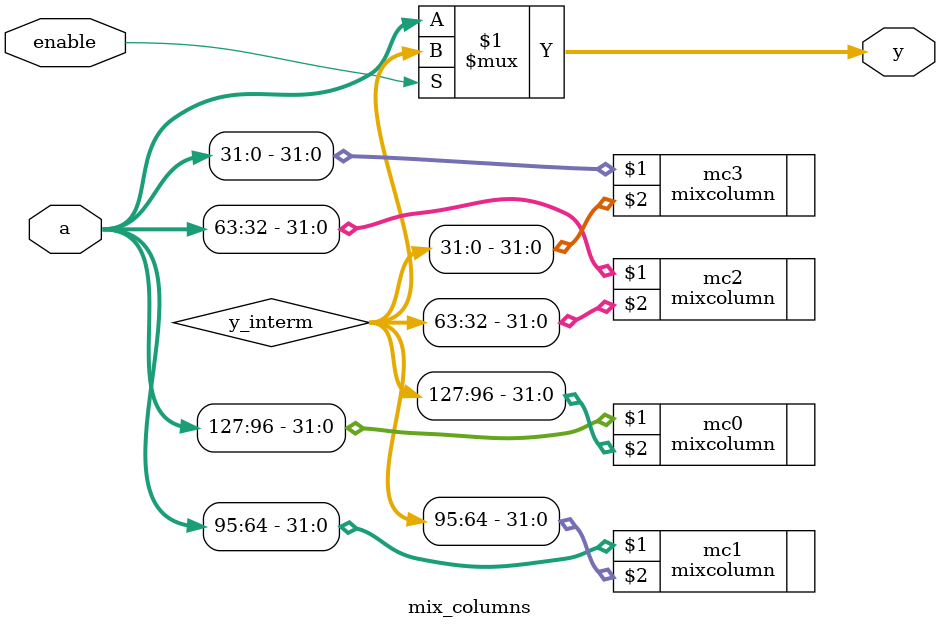
<source format=sv>

module mix_columns(
    input  logic         enable,
    input  logic [127:0] a,
    output logic [127:0] y
  );

  logic [127:0] y_interm;

  mixcolumn mc0(a[127:96], y_interm[127:96]);
  mixcolumn mc1(a[95:64],  y_interm[95:64]);
  mixcolumn mc2(a[63:32],  y_interm[63:32]);
  mixcolumn mc3(a[31:0],   y_interm[31:0]);

  assign y = enable ? (y_interm) : (a);
endmodule

</source>
